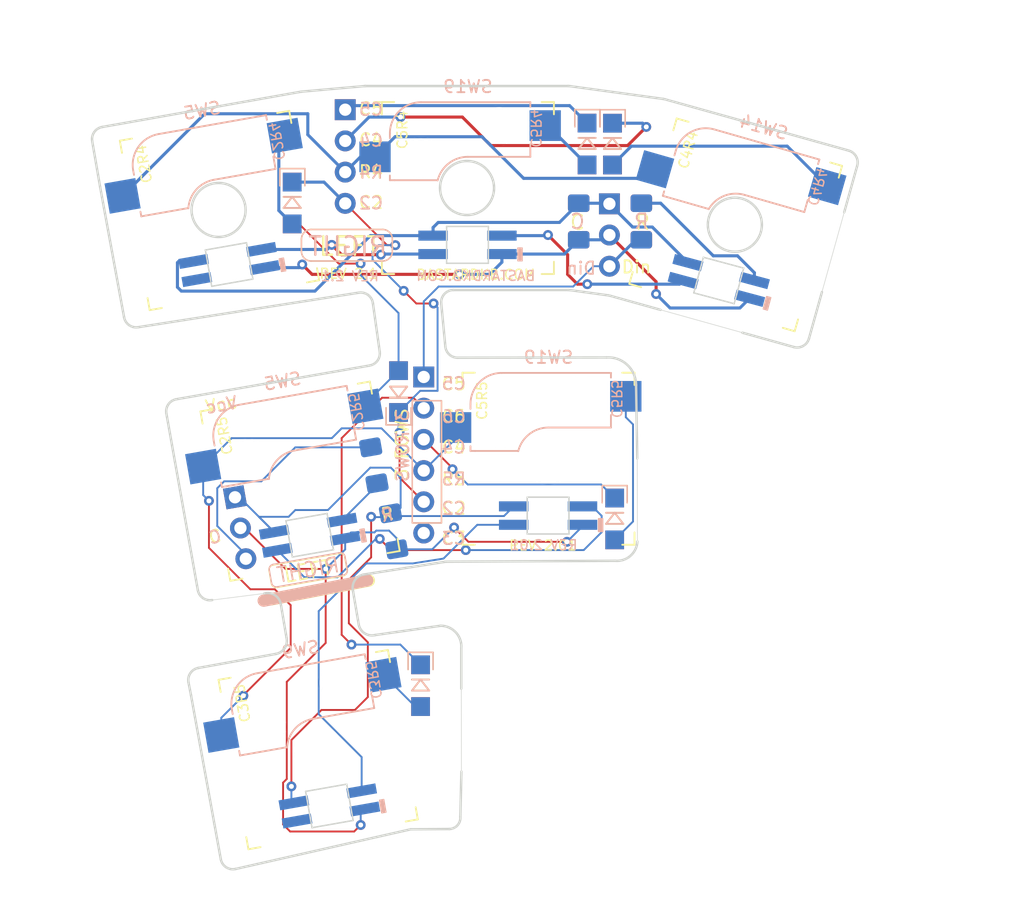
<source format=kicad_pcb>
(kicad_pcb (version 20221018) (generator pcbnew)
  (layers (0 "F.Cu" signal) (31 "B.Cu" signal) (34 "B.Paste" user) (35 "F.Paste" user) (36 "B.SilkS" user "B.Silkscreen") (37 "F.SilkS" user "F.Silkscreen") (38 "B.Mask" user) (39 "F.Mask" user) (44 "Edge.Cuts" user))
  (net 0 "")
  (net 2 "col6")
  (net 3 "Net-(D5-Pad2)")
  (net 4 "col2")
  (net 5 "Net-(D9-Pad2)")
  (net 6 "col4")
  (net 7 "Net-(D19-Pad2)")
  (net 8 "row1")
  (net 9 "Vcc")
  (net 10 "Din")
  (net 11 "Gnd")
  (net 12 "Net-(D10-Pad1)")
  (net 13 "Net-(D12-Pad1)")
  (net 15 "Net-(D12-Pad3)")
  (footprint "Connector_PinHeader_2.54mm:PinHeader_1x03_P2.54mm_Vertical" (layer "F.Cu") (at 68.77 77.71 10)
    (fp_text reference "J2" hide)
    (fp_text value "Conn_01x03_Female")
  )
  (footprint "custom:Kailh_socket_MX_platemount" (layer "F.Cu") (at 87.725326 52.542185)
    (fp_text reference "SW19")
    (fp_text value "SW_Push")
  )
  (footprint "custom:Diode_TH_SOD123" (layer "F.Cu") (at 73.424526 48.761785 -90)
    (fp_text reference "D5" hide)
    (fp_text value "D")
  )
  (footprint "custom:Diode_TH_SOD123" (layer "F.Cu") (at 83.872275 88.045142 -90)
    (fp_text reference "D9" hide)
    (fp_text value "D" hide)
  )
  (footprint "custom:Kailh_socket_MX_platemount" (layer "F.Cu") (at 75.5396 98.2472 10)
    (fp_text reference "SW9")
    (fp_text value "SW_Push")
  )
  (footprint "custom:Diode_TH_SOD123" (layer "F.Cu") (at 82.08 74.106 90)
    (fp_text reference "D5" hide)
    (fp_text value "D")
  )
  (footprint "custom:Kailh_socket_MX_platemount" (layer "F.Cu") (at 94.2848 74.5744)
    (fp_text reference "SW19")
    (fp_text value "SW_Push")
  )
  (footprint "Connector_PinHeader_2.54mm:PinHeader_1x06_P2.54mm_Vertical" (layer "F.Cu") (at 84.13 67.92)
    (fp_text reference "J1" hide)
    (fp_text value "Conn_01x06_Female")
  )
  (footprint "custom:Kailh_socket_MX_platemount" (layer "F.Cu") (at 67.506926 54.370985 10)
    (fp_text reference "SW5")
    (fp_text value "SW_Push")
  )
  (footprint "LED_SMD:LED_1206_3216Metric_Pad1.42x1.75mm_HandSolder" (layer "F.Cu") (at 96.740526 55.267785 -90)
    (fp_text reference "C1" hide)
    (fp_text value "C")
  )
  (footprint "custom:Diode_TH_SOD123" (layer "F.Cu") (at 99.490526 43.967785 -90)
    (fp_text reference "D14" hide)
    (fp_text value "D")
  )
  (footprint "Connector_PinHeader_2.54mm:PinHeader_1x04_P2.54mm_Vertical" (layer "F.Cu") (at 77.740526 46.167785)
    (fp_text reference "J1" hide)
    (fp_text value "Conn_01x04_Female")
  )
  (footprint "Resistor_SMD:R_1206_3216Metric_Pad1.42x1.75mm_HandSolder" (layer "F.Cu") (at 101.840526 55.262785 -90)
    (fp_text reference "R2" hide)
    (fp_text value "R")
  )
  (footprint "custom:Diode_TH_SOD123" (layer "F.Cu") (at 97.424526 43.961785 -90)
    (fp_text reference "D19" hide)
    (fp_text value "D")
  )
  (footprint "custom:Diode_TH_SOD123" (layer "F.Cu") (at 99.67 74.474 -90)
    (fp_text reference "D19" hide)
    (fp_text value "D")
  )
  (footprint "custom:Kailh_socket_MX_platemount" (layer "F.Cu") (at 74.0664 76.4032 10)
    (fp_text reference "SW5")
    (fp_text value "SW_Push")
  )
  (footprint "custom:Kailh_socket_MX_platemount" (layer "F.Cu") (at 109.518526 55.539385 -16)
    (fp_text reference "SW14")
    (fp_text value "SW_Push")
  )
  (footprint "Connector_PinHeader_2.54mm:PinHeader_1x03_P2.54mm_Vertical" (layer "F.Cu") (at 99.240526 53.827785)
    (fp_text reference "J2" hide)
    (fp_text value "Conn_01x03_Female")
  )
  (footprint "LED_SMD:LED_1206_3216Metric_Pad1.42x1.75mm_HandSolder" (layer "B.Cu") (at 96.740526 55.267785 -90)
    (fp_text reference "C2" hide)
    (fp_text value "C")
  )
  (footprint "libs2:YS-SK6812MINI-E_REVERSE" (layer "B.Cu") (at 94.25 79.2 180)
    (fp_text reference "D10" hide)
    (fp_text value "SK6812MINI")
    (fp_line (start -1.7 -1.5) (end 1.7 -1.5) (stroke (width 0.12)) (layer "Edge.Cuts"))
    (fp_line (start -1.7 1.5) (end -1.7 -1.5) (stroke (width 0.12)) (layer "Edge.Cuts"))
    (fp_line (start 1.7 -1.5) (end 1.7 1.5) (stroke (width 0.12)) (layer "Edge.Cuts"))
    (fp_line (start 1.7 1.5) (end -1.7 1.5) (stroke (width 0.12)) (layer "Edge.Cuts"))
  )
  (footprint "libs2:YS-SK6812MINI-E_REVERSE" (layer "B.Cu") (at 68.290526 58.767785 -170)
    (fp_text reference "D12" hide)
    (fp_text value "SK6812MINI")
    (fp_line (start -1.7 -1.5) (end 1.7 -1.5) (stroke (width 0.12)) (layer "Edge.Cuts"))
    (fp_line (start -1.7 1.5) (end -1.7 -1.5) (stroke (width 0.12)) (layer "Edge.Cuts"))
    (fp_line (start 1.7 -1.5) (end 1.7 1.5) (stroke (width 0.12)) (layer "Edge.Cuts"))
    (fp_line (start 1.7 1.5) (end -1.7 1.5) (stroke (width 0.12)) (layer "Edge.Cuts"))
  )
  (footprint "libs2:YS-SK6812MINI-E_REVERSE" (layer "B.Cu") (at 108.140526 60.067785 165)
    (fp_text reference "D7" hide)
    (fp_text value "SK6812MINI")
    (fp_line (start -1.7 -1.5) (end 1.7 -1.5) (stroke (width 0.12)) (layer "Edge.Cuts"))
    (fp_line (start -1.7 1.5) (end -1.7 -1.5) (stroke (width 0.12)) (layer "Edge.Cuts"))
    (fp_line (start 1.7 -1.5) (end 1.7 1.5) (stroke (width 0.12)) (layer "Edge.Cuts"))
    (fp_line (start 1.7 1.5) (end -1.7 1.5) (stroke (width 0.12)) (layer "Edge.Cuts"))
  )
  (footprint "libs2:YS-SK6812MINI-E_REVERSE" (layer "B.Cu") (at 74.85 80.8 -170)
    (fp_text reference "D12" hide)
    (fp_text value "SK6812MINI")
    (fp_line (start -1.7 -1.5) (end 1.7 -1.5) (stroke (width 0.12)) (layer "Edge.Cuts"))
    (fp_line (start -1.7 1.5) (end -1.7 -1.5) (stroke (width 0.12)) (layer "Edge.Cuts"))
    (fp_line (start 1.7 -1.5) (end 1.7 1.5) (stroke (width 0.12)) (layer "Edge.Cuts"))
    (fp_line (start 1.7 1.5) (end -1.7 1.5) (stroke (width 0.12)) (layer "Edge.Cuts"))
  )
  (footprint "libs2:YS-SK6812MINI-E_REVERSE" (layer "B.Cu") (at 76.45 102.83 -170)
    (fp_text reference "D2" hide)
    (fp_text value "SK6812MINI")
    (fp_line (start -1.7 -1.5) (end 1.7 -1.5) (stroke (width 0.12)) (layer "Edge.Cuts"))
    (fp_line (start -1.7 1.5) (end -1.7 -1.5) (stroke (width 0.12)) (layer "Edge.Cuts"))
    (fp_line (start 1.7 -1.5) (end 1.7 1.5) (stroke (width 0.12)) (layer "Edge.Cuts"))
    (fp_line (start 1.7 1.5) (end -1.7 1.5) (stroke (width 0.12)) (layer "Edge.Cuts"))
  )
  (footprint "libs2:YS-SK6812MINI-E_REVERSE" (layer "B.Cu") (at 87.690526 57.167785 180)
    (fp_text reference "D10" hide)
    (fp_text value "SK6812MINI")
    (fp_line (start -1.7 -1.5) (end 1.7 -1.5) (stroke (width 0.12)) (layer "Edge.Cuts"))
    (fp_line (start -1.7 1.5) (end -1.7 -1.5) (stroke (width 0.12)) (layer "Edge.Cuts"))
    (fp_line (start 1.7 -1.5) (end 1.7 1.5) (stroke (width 0.12)) (layer "Edge.Cuts"))
    (fp_line (start 1.7 1.5) (end -1.7 1.5) (stroke (width 0.12)) (layer "Edge.Cuts"))
  )
  (footprint "LED_SMD:LED_1206_3216Metric_Pad1.42x1.75mm_HandSolder" (layer "B.Cu") (at 81.68 80.48 -80)
    (fp_text reference "C2" hide)
    (fp_text value "C")
  )
  (footprint "Resistor_SMD:R_1206_3216Metric_Pad1.42x1.75mm_HandSolder" (layer "B.Cu") (at 101.840526 55.267785 -90)
    (fp_text reference "R1" hide)
    (fp_text value "R")
  )
  (footprint "Resistor_SMD:R_1206_3216Metric_Pad1.42x1.75mm_HandSolder" (layer "B.Cu") (at 80.07 75.11 100)
    (fp_text reference "R1" hide)
    (fp_text value "R")
  )
  (gr_arc (start 81.577823 57.703979) (mid 81.338162 58.255882) (end 80.781745 58.484869) (stroke (width 0.12)) (layer "B.SilkS"))
  (gr_line (start 74.971934 55.91379) (end 80.796934 55.91379) (stroke (width 0.12)) (layer "B.SilkS"))
  (gr_arc (start 80.796934 55.91379) (mid 81.340186 56.144578) (end 81.577823 56.684868) (stroke (width 0.12)) (layer "B.SilkS"))
  (gr_arc (start 74.175856 56.694679) (mid 74.415529 56.142787) (end 74.971934 55.913789) (stroke (width 0.12)) (layer "B.SilkS"))
  (gr_arc (start 77.220842 82.23473) (mid 77.541127 82.279058) (end 77.723033 82.546373) (stroke (width 0.12)) (layer "B.SilkS"))
  (gr_line (start 79.53 84.475) (end 71.105 86.125) (stroke (width 1)) (layer "B.SilkS"))
  (gr_arc (start 71.566617 83.67896) (mid 71.610944 83.358675) (end 71.878259 83.176768) (stroke (width 0.12)) (layer "B.SilkS"))
  (gr_line (start 71.878259 83.176768) (end 77.220842 82.23473) (stroke (width 0.12)) (layer "B.SilkS"))
  (gr_line (start 77.588358 84.052192) (end 72.245775 84.99423) (stroke (width 0.12)) (layer "B.SilkS"))
  (gr_line (start 80.781745 58.484869) (end 74.956745 58.484868) (stroke (width 0.12)) (layer "B.SilkS"))
  (gr_line (start 77.9 83.55) (end 77.723033 82.546372) (stroke (width 0.12)) (layer "B.SilkS"))
  (gr_line (start 81.577823 57.703979) (end 81.577823 56.684868) (stroke (width 0.12)) (layer "B.SilkS"))
  (gr_line (start 74.175856 56.694679) (end 74.175856 57.71379) (stroke (width 0.12)) (layer "B.SilkS"))
  (gr_arc (start 77.9 83.55) (mid 77.855673 83.870285) (end 77.588358 84.052192) (stroke (width 0.12)) (layer "B.SilkS"))
  (gr_line (start 71.566617 83.67896) (end 71.743584 84.682588) (stroke (width 0.12)) (layer "B.SilkS"))
  (gr_arc (start 74.956745 58.484868) (mid 74.413483 58.254091) (end 74.175856 57.71379) (stroke (width 0.12)) (layer "B.SilkS"))
  (gr_rect (start 83.1975 69.85) (end 85.5725 79.8) (stroke (width 0.12)) (fill none) (layer "B.SilkS"))
  (gr_arc (start 72.245775 84.99423) (mid 71.92549 84.949902) (end 71.743584 84.682587) (stroke (width 0.12)) (layer "B.SilkS"))
  (gr_line (start 80.781746 55.91379) (end 74.956746 55.91379) (stroke (width 0.12)) (layer "F.SilkS"))
  (gr_line (start 79.665 84.485) (end 71.735 86.015) (stroke (width 1)) (layer "F.SilkS"))
  (gr_arc (start 77.251576 82.275615) (mid 77.564985 82.355124) (end 77.716183 82.640933) (stroke (width 0.12)) (layer "F.SilkS"))
  (gr_line (start 77.251576 82.275615) (end 71.908995 83.217659) (stroke (width 0.12)) (layer "F.SilkS"))
  (gr_line (start 77.716183 82.640933) (end 77.89315 83.644561) (stroke (width 0.12)) (layer "F.SilkS"))
  (gr_arc (start 80.781746 55.913789) (mid 81.338137 56.142802) (end 81.577824 56.694679) (stroke (width 0.12)) (layer "F.SilkS"))
  (gr_arc (start 71.543676 83.682267) (mid 71.623186 83.368857) (end 71.908995 83.217659) (stroke (width 0.12)) (layer "F.SilkS"))
  (gr_line (start 74.175857 57.703979) (end 74.175857 56.684868) (stroke (width 0.12)) (layer "F.SilkS"))
  (gr_line (start 71.720644 84.685895) (end 71.543677 83.682267) (stroke (width 0.12)) (layer "F.SilkS"))
  (gr_line (start 81.577824 56.694679) (end 81.577824 57.71379) (stroke (width 0.12)) (layer "F.SilkS"))
  (gr_arc (start 74.971935 58.484869) (mid 74.415532 58.255868) (end 74.175857 57.703979) (stroke (width 0.12)) (layer "F.SilkS"))
  (gr_rect (start 83.2 69.85) (end 85.575 79.8) (stroke (width 0.12)) (fill none) (layer "F.SilkS"))
  (gr_arc (start 74.175857 56.684868) (mid 74.413491 56.144574) (end 74.956746 55.91379) (stroke (width 0.12)) (layer "F.SilkS"))
  (gr_line (start 72.185251 85.051213) (end 77.527832 84.109169) (stroke (width 0.12)) (layer "F.SilkS"))
  (gr_arc (start 72.185251 85.051213) (mid 71.871842 84.971704) (end 71.720644 84.685895) (stroke (width 0.12)) (layer "F.SilkS"))
  (gr_line (start 74.971935 58.484869) (end 80.796935 58.484868) (stroke (width 0.12)) (layer "F.SilkS"))
  (gr_arc (start 77.893151 83.644561) (mid 77.813641 83.957971) (end 77.527832 84.109169) (stroke (width 0.12)) (layer "F.SilkS"))
  (gr_arc (start 81.577824 57.71379) (mid 81.340202 58.254095) (end 80.796935 58.484868) (stroke (width 0.12)) (layer "F.SilkS"))
  (gr_line (start 85.55443 61.936204) (end 85.889204 65.446311) (stroke (width 0.2)) (layer "Edge.Cuts"))
  (gr_line (start 101.517591 81.304279) (end 101.50581 74.554291) (stroke (width 0.05)) (layer "Edge.Cuts"))
  (gr_arc (start 64.984401 92.775286) (mid 65.140243 92.019353) (end 65.787909 91.599546) (stroke (width 0.2)) (layer "Edge.Cuts"))
  (gr_arc (start 78.844795 61.059505) (mid 79.596165 61.243183) (end 79.991765 61.90786) (stroke (width 0.2)) (layer "Edge.Cuts"))
  (gr_line (start 65.056842 81.401082) (end 63.873117 74.755687) (stroke (width 0.2)) (layer "Edge.Cuts"))
  (gr_arc (start 95.886322 60.84126) (mid 95.954338 60.843575) (end 96.022038 60.850512) (stroke (width 0.2)) (layer "Edge.Cuts"))
  (gr_line (start 95.886322 60.84126) (end 86.549912 60.84126) (stroke (width 0.2)) (layer "Edge.Cuts"))
  (gr_arc (start 71.166131 85.535797) (mid 72.017587 85.679288) (end 72.496567 86.397721) (stroke (width 0.2)) (layer "Edge.Cuts"))
  (gr_line (start 96.022038 44.250513) (end 103.621191 45.291467) (stroke (width 0.2)) (layer "Edge.Cuts"))
  (gr_line (start 67.613349 107.162928) (end 67.098201 104.328251) (stroke (width 0.2)) (layer "Edge.Cuts"))
  (gr_arc (start 85.55443 61.936204) (mid 85.809999 61.168558) (end 86.549912 60.84126) (stroke (width 0.2)) (layer "Edge.Cuts"))
  (gr_circle (center 67.433296 54.328168) (end 69.633296 54.328168) (stroke (width 0.2)) (fill none) (layer "Edge.Cuts"))
  (gr_line (start 101.409519 68.579288) (end 101.50581 74.554291) (stroke (width 0.2)) (layer "Edge.Cuts"))
  (gr_line (start 119.408312 50.727951) (end 118.352802 54.508363) (stroke (width 0.2)) (layer "Edge.Cuts"))
  (gr_arc (start 87.109122 103.709526) (mid 86.876488 104.405155) (end 86.209122 104.709526) (stroke (width 0.2)) (layer "Edge.Cuts"))
  (gr_arc (start 86.886219 66.351367) (mid 86.212551 66.091797) (end 85.889204 65.446311) (stroke (width 0.2)) (layer "Edge.Cuts"))
  (gr_arc (start 79.31057 44.245142) (mid 79.35454 44.24223) (end 79.398595 44.24126) (stroke (width 0.2)) (layer "Edge.Cuts"))
  (gr_arc (start 85.887631 82.956645) (mid 85.931601 82.953734) (end 85.975656 82.952763) (stroke (width 0.2)) (layer "Edge.Cuts"))
  (gr_arc (start 57.149512 48.730861) (mid 57.316384 47.98609) (end 57.96007 47.575969) (stroke (width 0.2)) (layer "Edge.Cuts"))
  (gr_arc (start 63.184802 70.891511) (mid 63.349154 70.143999) (end 63.993939 69.731642) (stroke (width 0.2)) (layer "Edge.Cuts"))
  (gr_line (start 114.25 65.484366) (end 110.064071 64.315634) (stroke (width 0.2)) (layer "Edge.Cuts"))
  (gr_line (start 83.068065 104.732225) (end 68.818112 107.959427) (stroke (width 0.2)) (layer "Edge.Cuts"))
  (gr_line (start 80.169043 88.922779) (end 85.502015 88.165856) (stroke (width 0.2)) (layer "Edge.Cuts"))
  (gr_line (start 57.96007 47.575969) (end 74.105714 44.708982) (stroke (width 0.2)) (layer "Edge.Cuts"))
  (gr_line (start 103.393649 62.453218) (end 110.064071 64.315634) (stroke (width 0.05)) (layer "Edge.Cuts"))
  (gr_arc (start 85.502015 88.165856) (mid 86.749023 88.715695) (end 87.184126 90.00722) (stroke (width 0.2)) (layer "Edge.Cuts"))
  (gr_line (start 116.537593 61.00971) (end 115.482083 64.790123) (stroke (width 0.2)) (layer "Edge.Cuts"))
  (gr_line (start 103.393649 62.453218) (end 99.290326 61.30755) (stroke (width 0.2)) (layer "Edge.Cuts"))
  (gr_line (start 63.993939 69.731642) (end 79.729594 66.986755) (stroke (width 0.2)) (layer "Edge.Cuts"))
  (gr_line (start 79.398595 44.24126) (end 95.886322 44.24126) (stroke (width 0.2)) (layer "Edge.Cuts"))
  (gr_line (start 80.548003 65.862342) (end 79.991765 61.90786) (stroke (width 0.2)) (layer "Edge.Cuts"))
  (gr_line (start 99.709519 82.879288) (end 85.975656 82.952763) (stroke (width 0.2)) (layer "Edge.Cuts"))
  (gr_line (start 59.743578 63.062862) (end 59.05 59.3) (stroke (width 0.2)) (layer "Edge.Cuts"))
  (gr_arc (start 80.548003 65.862342) (mid 80.366247 66.590079) (end 79.729594 66.986755) (stroke (width 0.2)) (layer "Edge.Cuts"))
  (gr_line (start 99.157122 61.279965) (end 96.022038 60.850512) (stroke (width 0.2)) (layer "Edge.Cuts"))
  (gr_line (start 72.961078 89.127832) (end 72.496567 86.397721) (stroke (width 0.2)) (layer "Edge.Cuts"))
  (gr_line (start 116.537593 61.00971) (end 118.352802 54.508363) (stroke (width 0.05)) (layer "Edge.Cuts"))
  (gr_line (start 65.891286 97.687027) (end 67.098201 104.328251) (stroke (width 0.2)) (layer "Edge.Cuts"))
  (gr_arc (start 60.881567 63.869578) (mid 60.148683 63.697407) (end 59.743578 63.062862) (stroke (width 0.2)) (layer "Edge.Cuts"))
  (gr_line (start 103.754395 45.319052) (end 118.714069 49.495868) (stroke (width 0.2)) (layer "Edge.Cuts"))
  (gr_arc (start 68.818112 107.959427) (mid 68.045711 107.818321) (end 67.613349 107.162928) (stroke (width 0.2)) (layer "Edge.Cuts"))
  (gr_line (start 57.794157 52.461015) (end 57.149512 48.730861) (stroke (width 0.2)) (layer "Edge.Cuts"))
  (gr_line (start 74.193055 44.697367) (end 79.31057 44.245142) (stroke (width 0.2)) (layer "Edge.Cuts"))
  (gr_line (start 86.209122 104.709526) (end 83.068065 104.732225) (stroke (width 0.2)) (layer "Edge.Cuts"))
  (gr_line (start 87.184126 90.00722) (end 87.184125 93.283755) (stroke (width 0.2)) (layer "Edge.Cuts"))
  (gr_line (start 87.195906 100.033743) (end 87.109122 103.709526) (stroke (width 0.2)) (layer "Edge.Cuts"))
  (gr_line (start 59.05 59.3) (end 57.794157 52.461015) (stroke (width 0.2)) (layer "Edge.Cuts"))
  (gr_line (start 65.745157 85.265257) (end 65.056842 81.401082) (stroke (width 0.2)) (layer "Edge.Cuts"))
  (gr_line (start 87.195906 100.033743) (end 87.184125 93.283755) (stroke (width 0.05)) (layer "Edge.Cuts"))
  (gr_line (start 65.189488 93.825278) (end 64.984401 92.775286) (stroke (width 0.2)) (layer "Edge.Cuts"))
  (gr_arc (start 66.905027 86.074393) (mid 66.157514 85.910042) (end 65.745157 85.265257) (stroke (width 0.2)) (layer "Edge.Cuts"))
  (gr_arc (start 101.517591 81.304279) (mid 100.949524 82.477468) (end 99.709519 82.879288) (stroke (width 0.2)) (layer "Edge.Cuts"))
  (gr_arc (start 74.105713 44.708982) (mid 74.149256 44.702214) (end 74.193055 44.697367) (stroke (width 0.2)) (layer "Edge.Cuts"))
  (gr_line (start 63.873117 74.755687) (end 63.184802 70.891512) (stroke (width 0.2)) (layer "Edge.Cuts"))
  (gr_arc (start 118.714069 49.495868) (mid 119.316328 49.968145) (end 119.408312 50.727951) (stroke (width 0.2)) (layer "Edge.Cuts"))
  (gr_circle (center 109.450948 55.527002) (end 111.650948 55.527002) (stroke (width 0.2)) (fill none) (layer "Edge.Cuts"))
  (gr_arc (start 99.009518 66.332781) (mid 100.696665 66.935603) (end 101.409519 68.579288) (stroke (width 0.2)) (layer "Edge.Cuts"))
  (gr_arc (start 95.886323 44.241261) (mid 95.954338 44.243576) (end 96.022038 44.250513) (stroke (width 0.2)) (layer "Edge.Cuts"))
  (gr_arc (start 103.621191 45.291467) (mid 103.688262 45.302996) (end 103.754395 45.319052) (stroke (width 0.2)) (layer "Edge.Cuts"))
  (gr_arc (start 72.961078 89.127832) (mid 72.817587 89.979288) (end 72.099154 90.458268) (stroke (width 0.2)) (layer "Edge.Cuts"))
  (gr_line (start 78.844795 61.059505) (end 60.881567 63.869578) (stroke (width 0.2)) (layer "Edge.Cuts"))
  (gr_arc (start 99.157122 61.279965) (mid 99.224194 61.291489) (end 99.290326 61.30755) (stroke (width 0.2)) (layer "Edge.Cuts"))
  (gr_arc (start 80.169043 88.922779) (mid 79.317587 88.779288) (end 78.838607 88.060855) (stroke (width 0.2)) (layer "Edge.Cuts"))
  (gr_line (start 78.374096 85.330744) (end 78.838607 88.060855) (stroke (width 0.2)) (layer "Edge.Cuts"))
  (gr_line (start 71.166131 85.535797) (end 66.905027 86.074393) (stroke (width 0.05)) (layer "Edge.Cuts"))
  (gr_line (start 86.886219 66.351367) (end 99.009518 66.332781) (stroke (width 0.2)) (layer "Edge.Cuts"))
  (gr_line (start 65.787909 91.599546) (end 72.099154 90.458268) (stroke (width 0.2)) (layer "Edge.Cuts"))
  (gr_arc (start 115.482082 64.790124) (mid 115.009816 65.392405) (end 114.25 65.484366) (stroke (width 0.2)) (layer "Edge.Cuts"))
  (gr_circle (center 87.654496 52.54126) (end 89.854496 52.54126) (stroke (width 0.2)) (fill none) (layer "Edge.Cuts"))
  (gr_line (start 65.891286 97.687027) (end 65.189488 93.825278) (stroke (width 0.2)) (layer "Edge.Cuts"))
  (gr_arc (start 78.374096 85.330744) (mid 78.517587 84.479288) (end 79.23602 84.000308) (stroke (width 0.2)) (layer "Edge.Cuts"))
  (gr_line (start 85.887631 82.956644) (end 79.23602 84.000308) (stroke (width 0.2)) (layer "Edge.Cuts"))
  (gr_text "C3R5" (at 80.025 92.575 280) (layer "B.SilkS") (effects (font (size 0.8 0.8) (thickness 0.12)) (justify mirror)))
  (gr_text "C4" (at 79.840526 48.667785) (layer "B.SilkS") (effects (font (size 1 1)) (justify mirror)))
  (gr_text "C" (at 67.145876 80.947861 10) (layer "B.SilkS") (effects (font (size 1 1)) (justify mirror)))
  (gr_text "R" (at 81.15 79.15 10) (layer "B.SilkS") (effects (font (size 1 1)) (justify mirror)))
  (gr_text "C2" (at 79.840526 53.767785) (layer "B.SilkS") (effects (font (size 1 1)) (justify mirror)))
  (gr_text "C2" (at 86.575 78.6176) (layer "B.SilkS") (effects (font (size 1 1)) (justify mirror)))
  (gr_text "R4" (at 79.840526 51.267785) (layer "B.SilkS") (effects (font (size 1 1)) (justify mirror)))
  (gr_text "BASTARDKB.COM" (at 88.365526 59.692785) (layer "B.SilkS") (effects (font (size 0.8 0.8) (thickness 0.12)) (justify mirror)))
  (gr_text "C5" (at 86.575 68.4576) (layer "B.SilkS") (effects (font (size 1 1)) (justify mirror)))
  (gr_text "RIGHT" (at 74.723826 83.622131 10) (layer "B.SilkS") (effects (font (size 1.2 1.2)) (justify mirror)))
  (gr_text "Din" (at 96.940526 59.067785) (layer "B.SilkS") (effects (font (size 1 1)) (justify mirror)))
  (gr_text "Vcc" (at 67.659117 70.202823 10) (layer "B.SilkS") (effects (font (size 1 1)) (justify mirror)))
  (gr_text "R5" (at 86.575 76.2317) (layer "B.SilkS") (effects (font (size 1 1)) (justify mirror)))
  (gr_text "C4R4" (at 116.140526 52.442785 254) (layer "B.SilkS") (effects (font (size 0.8 0.8) (thickness 0.12)) (justify mirror)))
  (gr_text "3 ROWS" (at 82.4225 73.52 90) (layer "B.SilkS") (effects (font (size 1 1)) (justify mirror)))
  (gr_text "REV 2.1" (at 78.115526 59.717785) (layer "B.SilkS") (effects (font (size 0.8 0.8) (thickness 0.12)) (justify mirror)))
  (gr_text "REV 2.01" (at 93.9 81.6) (layer "B.SilkS") (effects (font (size 0.8 0.8) (thickness 0.12)) (justify mirror)))
  (gr_text "C" (at 96.640526 55.267785) (layer "B.SilkS") (effects (font (size 1.2 1.2)) (justify mirror)))
  (gr_text "C5R4" (at 93.240526 47.692785 270) (layer "B.SilkS") (effects (font (size 0.8 0.8) (thickness 0.12)) (justify mirror)))
  (gr_text "C5R5" (at 99.813 69.7 270) (layer "B.SilkS") (effects (font (size 0.8 0.8) (thickness 0.12)) (justify mirror)))
  (gr_text "C2R4" (at 72.140526 48.742785 280) (layer "B.SilkS") (effects (font (size 0.8 0.8) (thickness 0.12)) (justify mirror)))
  (gr_text "R" (at 101.840526 55.267785) (layer "B.SilkS") (effects (font (size 1.2 1.2)) (justify mirror)))
  (gr_text "C2R5" (at 78.625 70.775 280) (layer "B.SilkS") (effects (font (size 0.8 0.8) (thickness 0.12)) (justify mirror)))
  (gr_text "C3" (at 86.575 81.0577) (layer "B.SilkS") (effects (font (size 1 1)) (justify mirror)))
  (gr_text "C6" (at 86.575 71.15) (layer "B.SilkS") (effects (font (size 1 1)) (justify mirror)))
  (gr_text "C4" (at 86.575 73.6409) (layer "B.SilkS") (effects (font (size 1 1)) (justify mirror)))
  (gr_text "C5" (at 79.840526 46.141285) (layer "B.SilkS") (effects (font (size 1 1)) (justify mirror)))
  (gr_text "RIGHT" (at 77.946934 57.287369) (layer "B.SilkS") (effects (font (size 1.5 1.5) (thickness 0.2)) (justify mirror)))
  (gr_text "REV 2.1" (at 78.015526 59.517785) (layer "F.SilkS") (effects (font (size 0.8 0.8) (thickness 0.12))))
  (gr_text "C4R4" (at 105.640526 49.442785 74) (layer "F.SilkS") (effects (font (size 0.8 0.8) (thickness 0.12))))
  (gr_text "C3R5" (at 69.375 94.475 100) (layer "F.SilkS") (effects (font (size 0.8 0.8) (thickness 0.12))))
  (gr_text "C" (at 96.640526 55.332285) (layer "F.SilkS") (effects (font (size 1.2 1.2))))
  (gr_text "C2" (at 79.840526 53.720285) (layer "F.SilkS") (effects (font (size 1 1))))
  (gr_text "C3" (at 86.575 81.0401) (layer "F.SilkS") (effects (font (size 1 1))))
  (gr_text "C5" (at 86.575 68.4824) (layer "F.SilkS") (effects (font (size 1 1))))
  (gr_text "R4" (at 79.840526 51.220285) (layer "F.SilkS") (effects (font (size 1 1))))
  (gr_text "Vcc" (at 67.65 70.15112 10) (layer "F.SilkS") (effects (font (size 1 1))))
  (gr_text "C5" (at 79.840526 46.093785) (layer "F.SilkS") (effects (font (size 1 1))))
  (gr_text "BASTARDKB.COM" (at 88.365526 59.592785) (layer "F.SilkS") (effects (font (size 0.8 0.8) (thickness 0.12))))
  (gr_text "C" (at 67.137628 80.901082 10) (layer "F.SilkS") (effects (font (size 1 1))))
  (gr_text "REV 2.01" (at 93.825 81.635) (layer "F.SilkS") (effects (font (size 0.8 0.8) (thickness 0.12))))
  (gr_text "LEFT" (at 78.096935 57.284869) (layer "F.SilkS") (effects (font (size 1.5 1.5) (thickness 0.2))))
  (gr_text "C2" (at 86.575 78.6) (layer "F.SilkS") (effects (font (size 1 1))))
  (gr_text "R" (at 101.940526 55.332285) (layer "F.SilkS") (effects (font (size 1.2 1.2))))
  (gr_text "C5R5" (at 88.875 69.85 90) (layer "F.SilkS") (effects (font (size 0.8 0.8) (thickness 0.12))))
  (gr_text "LEFT" (at 74.719592 83.731524 10) (layer "F.SilkS") (effects (font (size 1.2 1.2))))
  (gr_text "3 ROWS" (at 82.37 73.4 90) (layer "F.SilkS") (effects (font (size 1 1))))
  (gr_text "C2R4" (at 61.365526 50.592785 100) (layer "F.SilkS") (effects (font (size 0.8 0.8) (thickness 0.12))))
  (gr_text "R" (at 81.167823 79.078316 10) (layer "F.SilkS") (effects (font (size 1 1))))
  (gr_text "C2R5" (at 67.925 72.7 100) (layer "F.SilkS") (effects (font (size 0.8 0.8) (thickness 0.12))))
  (gr_text "Din" (at 101.440526 58.967785) (layer "F.SilkS") (effects (font (size 1 1))))
  (gr_text "C4" (at 79.840526 48.620285) (layer "F.SilkS") (effects (font (size 1 1))))
  (gr_text "R5" (at 86.575 76.2141) (layer "F.SilkS") (effects (font (size 1 1))))
  (gr_text "C4" (at 86.575 73.6233) (layer "F.SilkS") (effects (font (size 1 1))))
  (gr_text "C5R4" (at 82.390526 47.817785 90) (layer "F.SilkS") (effects (font (size 0.8 0.8) (thickness 0.12))))
  (gr_text "C6" (at 86.575 71.1324) (layer "F.SilkS") (effects (font (size 1 1))))
  (segment (start 96.640526 60.367785) (end 97.440526 60.367785) (width 0.25) (layer "F.Cu") (net 0))
  (segment (start 95.840526 57.967785) (end 95.840526 59.567785) (width 0.25) (layer "F.Cu") (net 0))
  (segment (start 95.840526 59.567785) (end 96.640526 60.367785) (width 0.25) (layer "F.Cu") (net 0))
  (segment (start 94.240526 56.367785) (end 95.840526 57.967785) (width 0.25) (layer "F.Cu") (net 0))
  (via (at 94.240526 56.367785) (size 0.8) (drill 0.4) (layers "F.Cu" "B.Cu") (net 0))
  (via (at 97.440526 60.367785) (size 0.8) (drill 0.4) (layers "F.Cu" "B.Cu") (net 0))
  (segment (start 107.693579 58.058647) (end 103.415217 53.780285) (width 0.25) (layer "B.Cu") (net 0))
  (segment (start 97.440526 60.367785) (end 104.94157 60.367785) (width 0.25) (layer "B.Cu") (net 0))
  (segment (start 104.94157 60.367785) (end 105.241819 60.067536) (width 0.25) (layer "B.Cu") (net 0))
  (segment (start 90.490526 56.417785) (end 94.190526 56.417785) (width 0.25) (layer "B.Cu") (net 0))
  (segment (start 78.071126 45.837185) (end 95.999926 45.837185) (width 0.25) (layer "B.Cu") (net 0))
  (segment (start 103.415217 53.780285) (end 101.840526 53.780285) (width 0.25) (layer "B.Cu") (net 0))
  (segment (start 94.190526 56.417785) (end 94.240526 56.367785) (width 0.25) (layer "B.Cu") (net 0))
  (segment (start 95.999926 45.837185) (end 97.424526 47.261785) (width 0.25) (layer "B.Cu") (net 0))
  (segment (start 116.9651 52.389935) (end 113.711112 49.135947) (width 0.25) (layer "B.Cu") (net 0))
  (segment (start 101.022364 49.135947) (end 99.490526 50.667785) (width 0.25) (layer "B.Cu") (net 0))
  (segment (start 109.663818 58.058647) (end 107.693579 58.058647) (width 0.25) (layer "B.Cu") (net 0))
  (segment (start 111.039233 60.068034) (end 111.039233 59.434062) (width 0.25) (layer "B.Cu") (net 0))
  (segment (start 111.039233 59.434062) (end 109.663818 58.058647) (width 0.25) (layer "B.Cu") (net 0))
  (segment (start 77.740526 46.167785) (end 78.071126 45.837185) (width 0.25) (layer "B.Cu") (net 0))
  (segment (start 113.711112 49.135947) (end 101.022364 49.135947) (width 0.25) (layer "B.Cu") (net 0))
  (segment (start 77.45 72.9) (end 77.45 88.9) (width 0.1524) (layer "F.Cu") (net 2))
  (segment (start 77.45 88.9) (end 78.25 89.7) (width 0.1524) (layer "F.Cu") (net 2))
  (segment (start 84.13 70.46) (end 83.28 69.61) (width 0.1524) (layer "F.Cu") (net 2))
  (segment (start 83.28 69.61) (end 80.74 69.61) (width 0.1524) (layer "F.Cu") (net 2))
  (segment (start 80.74 69.61) (end 77.45 72.9) (width 0.1524) (layer "F.Cu") (net 2))
  (via (at 78.25 89.7) (size 0.8) (drill 0.4) (layers "F.Cu" "B.Cu") (net 2))
  (segment (start 82.227133 89.7) (end 83.872275 91.345142) (width 0.1524) (layer "B.Cu") (net 2))
  (segment (start 78.25 89.7) (end 82.227133 89.7) (width 0.1524) (layer "B.Cu") (net 2))
  (segment (start 77.209234 58.692785) (end 73.978234 55.461785) (width 0.1524) (layer "F.Cu") (net 3))
  (segment (start 73.978234 55.461785) (end 73.424526 55.461785) (width 0.1524) (layer "F.Cu") (net 3))
  (segment (start 78.99 58.692785) (end 77.209234 58.692785) (width 0.1524) (layer "F.Cu") (net 3))
  (via (at 78.99 58.692785) (size 0.8) (drill 0.4) (layers "F.Cu" "B.Cu") (net 3))
  (segment (start 72.337526 54.374785) (end 72.337526 48.757623) (width 0.25) (layer "B.Cu") (net 3))
  (segment (start 79.378708 70.30813) (end 79.378708 70.107292) (width 0.1524) (layer "B.Cu") (net 3))
  (segment (start 82.08 67.406) (end 82.08 62.720664) (width 0.1524) (layer "B.Cu") (net 3))
  (segment (start 79.378708 70.107292) (end 82.08 67.406) (width 0.1524) (layer "B.Cu") (net 3))
  (segment (start 82.08 62.720664) (end 78.99 59.630664) (width 0.1524) (layer "B.Cu") (net 3))
  (segment (start 73.424526 55.461785) (end 72.337526 54.374785) (width 0.25) (layer "B.Cu") (net 3))
  (segment (start 72.337526 48.757623) (end 72.819234 48.275915) (width 0.25) (layer "B.Cu") (net 3))
  (segment (start 78.99 59.630664) (end 78.99 58.692785) (width 0.1524) (layer "B.Cu") (net 3))
  (segment (start 82.16 76.11) (end 84.13 78.08) (width 0.1524) (layer "F.Cu") (net 4))
  (segment (start 82.16 72.44) (end 82.16 76.11) (width 0.1524) (layer "F.Cu") (net 4))
  (segment (start 81.82 57.192785) (end 81.145526 57.192785) (width 0.1524) (layer "F.Cu") (net 4))
  (segment (start 84.93 61.94) (end 83.53 61.94) (width 0.1524) (layer "F.Cu") (net 4))
  (segment (start 81.145526 57.192785) (end 77.740526 53.787785) (width 0.1524) (layer "F.Cu") (net 4))
  (segment (start 83.53 61.94) (end 82.5 60.91) (width 0.1524) (layer "F.Cu") (net 4))
  (via (at 81.82 57.192785) (size 0.8) (drill 0.4) (layers "F.Cu" "B.Cu") (net 4))
  (via (at 82.5 60.91) (size 0.8) (drill 0.4) (layers "F.Cu" "B.Cu") (net 4))
  (via (at 84.93 61.94) (size 0.8) (drill 0.4) (layers "F.Cu" "B.Cu") (net 4))
  (via (at 82.16 72.44) (size 0.8) (drill 0.4) (layers "F.Cu" "B.Cu") (net 4))
  (segment (start 85.2562 62.2662) (end 84.93 61.94) (width 0.1524) (layer "B.Cu") (net 4))
  (segment (start 82.5 60.91) (end 79.964326 58.374326) (width 0.1524) (layer "B.Cu") (net 4))
  (segment (start 73.424526 52.061785) (end 76.014526 52.061785) (width 0.25) (layer "B.Cu") (net 4))
  (segment (start 82.08 70.806) (end 83.8398 69.0462) (width 0.1524) (layer "B.Cu") (net 4))
  (segment (start 79.964326 57.687693) (end 80.459234 57.192785) (width 0.1524) (layer "B.Cu") (net 4))
  (segment (start 82.08 72.36) (end 82.08 70.806) (width 0.1524) (layer "B.Cu") (net 4))
  (segment (start 82.16 72.44) (end 82.08 72.36) (width 0.1524) (layer "B.Cu") (net 4))
  (segment (start 80.459234 57.192785) (end 81.82 57.192785) (width 0.1524) (layer "B.Cu") (net 4))
  (segment (start 85.2562 69.0462) (end 85.2562 62.2662) (width 0.1524) (layer "B.Cu") (net 4))
  (segment (start 83.8398 69.0462) (end 85.2562 69.0462) (width 0.1524) (layer "B.Cu") (net 4))
  (segment (start 79.964326 58.374326) (end 79.964326 57.687693) (width 0.1524) (layer "B.Cu") (net 4))
  (segment (start 76.014526 52.061785) (end 77.740526 53.787785) (width 0.25) (layer "B.Cu") (net 4))
  (segment (start 83.872275 94.745142) (end 83.44492 94.745142) (width 0.1524) (layer "B.Cu") (net 5))
  (segment (start 83.44492 94.745142) (end 80.851908 92.15213) (width 0.1524) (layer "B.Cu") (net 5))
  (segment (start 87.272829 46.767785) (end 89.592229 49.087185) (width 0.25) (layer "F.Cu") (net 6))
  (segment (start 89.592229 49.087185) (end 100.721126 49.087185) (width 0.25) (layer "F.Cu") (net 6))
  (segment (start 86.47 75.43) (end 86.47 75.34) (width 0.1524) (layer "F.Cu") (net 6))
  (segment (start 86.47 75.34) (end 84.13 73) (width 0.1524) (layer "F.Cu") (net 6))
  (segment (start 100.721126 49.087185) (end 102.240526 47.567785) (width 0.25) (layer "F.Cu") (net 6))
  (segment (start 82.240526 46.767785) (end 87.272829 46.767785) (width 0.25) (layer "F.Cu") (net 6))
  (via (at 102.240526 47.567785) (size 0.8) (drill 0.4) (layers "F.Cu" "B.Cu") (net 6))
  (via (at 82.240526 46.767785) (size 0.8) (drill 0.4) (layers "F.Cu" "B.Cu") (net 6))
  (via (at 86.47 75.43) (size 0.8) (drill 0.4) (layers "F.Cu" "B.Cu") (net 6))
  (segment (start 79.680526 46.767785) (end 82.240526 46.767785) (width 0.25) (layer "B.Cu") (net 6))
  (segment (start 87.7083 76.6683) (end 86.47 75.43) (width 0.1524) (layer "B.Cu") (net 6))
  (segment (start 101.940526 47.267785) (end 99.490526 47.267785) (width 0.25) (layer "B.Cu") (net 6))
  (segment (start 98.5643 76.6683) (end 87.7083 76.6683) (width 0.1524) (layer "B.Cu") (net 6))
  (segment (start 102.240526 47.567785) (end 101.940526 47.267785) (width 0.25) (layer "B.Cu") (net 6))
  (segment (start 99.67 77.774) (end 98.5643 76.6683) (width 0.1524) (layer "B.Cu") (net 6))
  (segment (start 77.740526 48.707785) (end 79.680526 46.767785) (width 0.25) (layer "B.Cu") (net 6))
  (segment (start 94.015326 47.462185) (end 94.224926 47.462185) (width 0.25) (layer "B.Cu") (net 7))
  (segment (start 94.224926 47.462185) (end 97.424526 50.661785) (width 0.25) (layer "B.Cu") (net 7))
  (segment (start 101.16157 79.68243) (end 101.16157 71.78157) (width 0.1524) (layer "B.Cu") (net 7))
  (segment (start 100.5748 71.1948) (end 100.5748 69.4944) (width 0.1524) (layer "B.Cu") (net 7))
  (segment (start 99.67 81.174) (end 101.16157 79.68243) (width 0.1524) (layer "B.Cu") (net 7))
  (segment (start 101.16157 71.78157) (end 100.5748 71.1948) (width 0.1524) (layer "B.Cu") (net 7))
  (segment (start 70.016449 85.196449) (end 66.65 81.83) (width 0.1524) (layer "F.Cu") (net 8))
  (segment (start 73.300425 89.969575) (end 73.300425 86.492622) (width 0.1524) (layer "F.Cu") (net 8))
  (segment (start 73.300425 86.492622) (end 72.004252 85.196449) (width 0.1524) (layer "F.Cu") (net 8))
  (segment (start 69.45 93.86) (end 69.45 93.82) (width 0.1524) (layer "F.Cu") (net 8))
  (segment (start 66.65 81.83) (end 66.65 78) (width 0.1524) (layer "F.Cu") (net 8))
  (segment (start 72.004252 85.196449) (end 70.016449 85.196449) (width 0.1524) (layer "F.Cu") (net 8))
  (segment (start 69.45 93.82) (end 73.300425 89.969575) (width 0.1524) (layer "F.Cu") (net 8))
  (via (at 66.65 78) (size 0.8) (drill 0.4) (layers "F.Cu" "B.Cu") (net 8))
  (via (at 69.45 93.86) (size 0.8) (drill 0.4) (layers "F.Cu" "B.Cu") (net 8))
  (segment (start 74.696245 48.203504) (end 77.740526 51.247785) (width 0.25) (layer "B.Cu") (net 8))
  (segment (start 78.986126 50.002185) (end 77.740526 51.247785) (width 0.25) (layer "B.Cu") (net 8))
  (segment (start 80.165326 50.002185) (end 78.986126 50.002185) (width 0.25) (layer "B.Cu") (net 8))
  (segment (start 77.450001 72.1) (end 80.69 72.1) (width 0.1524) (layer "B.Cu") (net 8))
  (segment (start 86.7248 72.9452) (end 86.7248 72.0344) (width 0.1524) (layer "B.Cu") (net 8))
  (segment (start 80.165326 50.002185) (end 81.799726 48.367785) (width 0.25) (layer "B.Cu") (net 8))
  (segment (start 68.494756 72.9) (end 76.650001 72.9) (width 0.1524) (layer "B.Cu") (net 8))
  (segment (start 66.180187 75.214569) (end 68.494756 72.9) (width 0.1524) (layer "B.Cu") (net 8))
  (segment (start 69.45 93.86) (end 67.653387 95.656613) (width 0.1524) (layer "B.Cu") (net 8))
  (segment (start 66.180187 77.530187) (end 66.65 78) (width 0.1524) (layer "B.Cu") (net 8))
  (segment (start 81.799726 48.367785) (end 88.872829 48.367785) (width 0.25) (layer "B.Cu") (net 8))
  (segment (start 66.180187 75.214569) (end 66.180187 77.530187) (width 0.1524) (layer "B.Cu") (net 8))
  (segment (start 84.13 75.54) (end 86.7248 72.9452) (width 0.1524) (layer "B.Cu") (net 8))
  (segment (start 88.872829 48.367785) (end 92.259829 51.754785) (width 0.25) (layer "B.Cu") (net 8))
  (segment (start 80.69 72.1) (end 84.13 75.54) (width 0.1524) (layer "B.Cu") (net 8))
  (segment (start 59.620713 53.182354) (end 66.304563 46.498504) (width 0.25) (layer "B.Cu") (net 8))
  (segment (start 66.304563 46.498504) (end 74.696245 46.498504) (width 0.25) (layer "B.Cu") (net 8))
  (segment (start 92.259829 51.754785) (end 102.210683 51.754785) (width 0.25) (layer "B.Cu") (net 8))
  (segment (start 74.696245 46.498504) (end 74.696245 48.203504) (width 0.25) (layer "B.Cu") (net 8))
  (segment (start 67.653387 95.656613) (end 67.653387 97.058569) (width 0.1524) (layer "B.Cu") (net 8))
  (segment (start 76.650001 72.9) (end 77.450001 72.1) (width 0.1524) (layer "B.Cu") (net 8))
  (segment (start 102.210683 51.754785) (end 102.951506 51.013962) (width 0.25) (layer "B.Cu") (net 8))
  (segment (start 79.85 79.3) (end 79.85 82.6) (width 0.1524) (layer "F.Cu") (net 9))
  (segment (start 79.58 89.511294) (end 79.58 93.97) (width 0.1524) (layer "F.Cu") (net 9))
  (segment (start 75.805578 95.02) (end 73.36 97.465578) (width 0.1524) (layer "F.Cu") (net 9))
  (segment (start 78.53 95.02) (end 75.805578 95.02) (width 0.1524) (layer "F.Cu") (net 9))
  (segment (start 79.85 82.6) (end 78.034727 84.415273) (width 0.1524) (layer "F.Cu") (net 9))
  (segment (start 79.58 93.97) (end 78.53 95.02) (width 0.1524) (layer "F.Cu") (net 9))
  (segment (start 73.36 97.465578) (end 73.36 101.24) (width 0.1524) (layer "F.Cu") (net 9))
  (segment (start 78.034727 87.966021) (end 79.58 89.511294) (width 0.1524) (layer "F.Cu") (net 9))
  (segment (start 78.034727 84.415273) (end 78.034727 87.966021) (width 0.1524) (layer "F.Cu") (net 9))
  (via (at 79.85 79.3) (size 0.8) (drill 0.4) (layers "F.Cu" "B.Cu") (net 9))
  (via (at 73.36 101.24) (size 0.8) (drill 0.4) (layers "F.Cu" "B.Cu") (net 9))
  (segment (start 90.66 79.24) (end 91.45 78.45) (width 0.1524) (layer "B.Cu") (net 9))
  (segment (start 79.85 79.3) (end 79.875098 79.325098) (width 0.1524) (layer "B.Cu") (net 9))
  (segment (start 79.781176 75.3) (end 81.45 75.3) (width 0.1524) (layer "B.Cu") (net 9))
  (segment (start 84.890526 55.757785) (end 85.305526 55.342785) (width 0.25) (layer "B.Cu") (net 9))
  (segment (start 73.36 102.375307) (end 73.562302 102.577609) (width 0.1524) (layer "B.Cu") (net 9))
  (segment (start 79.790526 56.417785) (end 84.890526 56.417785) (width 0.25) (layer "B.Cu") (net 9))
  (segment (start 99.240526 53.827785) (end 101.130526 55.717785) (width 0.25) (layer "B.Cu") (net 9))
  (segment (start 81.491698 79.325098) (end 81.576796 79.24) (width 0.1524) (layer "B.Cu") (net 9))
  (segment (start 95.178026 55.342785) (end 96.740526 53.780285) (width 0.25) (layer "B.Cu") (net 9))
  (segment (start 71.962302 80.547609) (end 70.714693 79.3) (width 0.1524) (layer "B.Cu") (net 9))
  (segment (start 73.36 101.24) (end 73.36 102.375307) (width 0.1524) (layer "B.Cu") (net 9))
  (segment (start 102.729186 55.717785) (end 105.630048 58.618647) (width 0.25) (layer "B.Cu") (net 9))
  (segment (start 76.331176 78.75) (end 79.781176 75.3) (width 0.1524) (layer "B.Cu") (net 9))
  (segment (start 81.576796 79.24) (end 90.66 79.24) (width 0.1524) (layer "B.Cu") (net 9))
  (segment (start 84.890526 56.417785) (end 84.890526 55.757785) (width 0.25) (layer "B.Cu") (net 9))
  (segment (start 64.085335 60.612594) (end 64.402496 60.929755) (width 0.25) (layer "B.Cu") (net 9))
  (segment (start 79.875098 79.325098) (end 81.491698 79.325098) (width 0.1524) (layer "B.Cu") (net 9))
  (segment (start 64.402496 60.929755) (end 75.278556 60.929755) (width 0.25) (layer "B.Cu") (net 9))
  (segment (start 65.402828 58.515394) (end 64.184316 58.515394) (width 0.25) (layer "B.Cu") (net 9))
  (segment (start 69.028054 77.613361) (end 71.962302 80.547609) (width 0.1524) (layer "B.Cu") (net 9))
  (segment (start 96.740526 53.780285) (end 99.193026 53.780285) (width 0.25) (layer "B.Cu") (net 9))
  (segment (start 82.25 78.566796) (end 81.491698 79.325098) (width 0.1524) (layer "B.Cu") (net 9))
  (segment (start 73.128191 79.3) (end 73.678191 78.75) (width 0.1524) (layer "B.Cu") (net 9))
  (segment (start 75.278556 60.929755) (end 79.790526 56.417785) (width 0.25) (layer "B.Cu") (net 9))
  (segment (start 82.25 76.1) (end 82.25 78.566796) (width 0.1524) (layer "B.Cu") (net 9))
  (segment (start 70.714693 79.3) (end 73.128191 79.3) (width 0.1524) (layer "B.Cu") (net 9))
  (segment (start 99.193026 53.780285) (end 99.240526 53.827785) (width 0.25) (layer "B.Cu") (net 9))
  (segment (start 73.678191 78.75) (end 76.331176 78.75) (width 0.1524) (layer "B.Cu") (net 9))
  (segment (start 64.085335 58.614375) (end 64.085335 60.612594) (width 0.25) (layer "B.Cu") (net 9))
  (segment (start 101.130526 55.717785) (end 102.729186 55.717785) (width 0.25) (layer "B.Cu") (net 9))
  (segment (start 85.305526 55.342785) (end 95.178026 55.342785) (width 0.25) (layer "B.Cu") (net 9))
  (segment (start 69.011539 77.613361) (end 69.028054 77.613361) (width 0.1524) (layer "B.Cu") (net 9))
  (segment (start 64.184316 58.515394) (end 64.085335 58.614375) (width 0.25) (layer "B.Cu") (net 9))
  (segment (start 81.45 75.3) (end 82.25 76.1) (width 0.1524) (layer "B.Cu") (net 9))
  (segment (start 69.893672 82.616184) (end 67.3262 80.048712) (width 0.1524) (layer "B.Cu") (net 10))
  (segment (start 101.393026 56.755285) (end 101.840526 56.755285) (width 0.25) (layer "B.Cu") (net 10))
  (segment (start 99.240526 58.907785) (end 101.393026 56.755285) (width 0.25) (layer "B.Cu") (net 10))
  (segment (start 67.3262 76.9738) (end 67.89 76.41) (width 0.1524) (layer "B.Cu") (net 10))
  (segment (start 67.3262 80.048712) (end 67.3262 76.9738) (width 0.1524) (layer "B.Cu") (net 10))
  (segment (start 70.9162 76.41) (end 73.681102 73.645098) (width 0.1524) (layer "B.Cu") (net 10))
  (segment (start 67.89 76.41) (end 70.9162 76.41) (width 0.1524) (layer "B.Cu") (net 10))
  (segment (start 73.681102 73.645098) (end 79.811698 73.645098) (width 0.1524) (layer "B.Cu") (net 10))
  (segment (start 84.13 61.770654) (end 85.341573 60.559081) (width 0.1524) (layer "B.Cu") (net 10))
  (segment (start 96.292938 60.559081) (end 97.944234 58.907785) (width 0.1524) (layer "B.Cu") (net 10))
  (segment (start 84.13 67.92) (end 84.13 61.770654) (width 0.1524) (layer "B.Cu") (net 10))
  (segment (start 85.341573 60.559081) (end 96.292938 60.559081) (width 0.1524) (layer "B.Cu") (net 10))
  (segment (start 97.944234 58.907785) (end 99.240526 58.907785) (width 0.1524) (layer "B.Cu") (net 10))
  (segment (start 103.040526 60.167785) (end 99.240526 56.367785) (width 0.25) (layer "F.Cu") (net 11))
  (segment (start 86.6 80.17) (end 87.7638 81.3338) (width 0.1524) (layer "F.Cu") (net 11))
  (segment (start 72.878316 83.540484) (end 76.15 83.540484) (width 0.1524) (layer "F.Cu") (net 11))
  (segment (start 78.47 104.91) (end 79 104.38) (width 0.1524) (layer "F.Cu") (net 11))
  (segment (start 72.9838 92.731548) (end 72.9838 100.6362) (width 0.1524) (layer "F.Cu") (net 11))
  (segment (start 87.7638 81.3338) (end 95.79 81.3338) (width 0.1524) (layer "F.Cu") (net 11))
  (segment (start 74.240526 58.767785) (end 75.040526 59.567785) (width 0.25) (layer "F.Cu") (net 11))
  (segment (start 72.6838 100.9362) (end 72.6838 104.3338) (width 0.1524) (layer "F.Cu") (net 11))
  (segment (start 76.15 89.565348) (end 72.9838 92.731548) (width 0.1524) (layer "F.Cu") (net 11))
  (segment (start 69.452605 80.114773) (end 72.878316 83.540484) (width 0.1524) (layer "F.Cu") (net 11))
  (segment (start 103.040526 61.167785) (end 103.040526 60.167785) (width 0.25) (layer "F.Cu") (net 11))
  (segment (start 72.6838 104.3338) (end 73.26 104.91) (width 0.1524) (layer "F.Cu") (net 11))
  (segment (start 72.9838 100.6362) (end 72.6838 100.9362) (width 0.1524) (layer "F.Cu") (net 11))
  (segment (start 76.15 83.540484) (end 76.15 89.565348) (width 0.1524) (layer "F.Cu") (net 11))
  (segment (start 73.26 104.91) (end 78.47 104.91) (width 0.1524) (layer "F.Cu") (net 11))
  (segment (start 75.040526 59.567785) (end 87.040526 59.567785) (width 0.25) (layer "F.Cu") (net 11))
  (via (at 86.6 80.17) (size 0.8) (drill 0.4) (layers "F.Cu" "B.Cu") (net 11))
  (via (at 76.15 83.540484) (size 0.8) (drill 0.4) (layers "F.Cu" "B.Cu") (net 11))
  (via (at 79 104.38) (size 0.8) (drill 0.4) (layers "F.Cu" "B.Cu") (net 11))
  (via (at 87.040526 59.567785) (size 0.8) (drill 0.4) (layers "F.Cu" "B.Cu") (net 11))
  (via (at 95.79 81.3338) (size 0.8) (drill 0.4) (layers "F.Cu" "B.Cu") (net 11))
  (via (at 74.240526 58.767785) (size 0.8) (drill 0.4) (layers "F.Cu" "B.Cu") (net 11))
  (via (at 103.040526 61.167785) (size 0.8) (drill 0.4) (layers "F.Cu" "B.Cu") (net 11))
  (segment (start 81.302168 80.422168) (end 81.938302 81.058302) (width 0.1524) (layer "B.Cu") (net 11))
  (segment (start 95.578026 57.917785) (end 96.740526 56.755285) (width 0.25) (layer "B.Cu") (net 11))
  (segment (start 80.269908 80.422168) (end 81.302168 80.422168) (width 0.1524) (layer "B.Cu") (net 11))
  (segment (start 109.862493 62.305434) (end 104.178175 62.305434) (width 0.25) (layer "B.Cu") (net 11))
  (segment (start 89.500526 59.567785) (end 90.490526 58.577785) (width 0.25) (layer "B.Cu") (net 11))
  (segment (start 81.938302 81.944902) (end 84.825098 81.944902) (width 0.1524) (layer "B.Cu") (net 11))
  (segment (start 81.938302 81.058302) (end 81.938302 81.944902) (width 0.1524) (layer "B.Cu") (net 11))
  (segment (start 98.853026 56.755285) (end 99.240526 56.367785) (width 0.25) (layer "B.Cu") (net 11))
  (segment (start 79 103.420089) (end 79.337698 103.082391) (width 0.1524) (layer "B.Cu") (net 11))
  (segment (start 95.79 81.3338) (end 97.05 80.0738) (width 0.1524) (layer "B.Cu") (net 11))
  (segment (start 77.737698 81.052391) (end 78.220089 80.57) (width 0.1524) (layer "B.Cu") (net 11))
  (segment (start 97.05 80.0738) (end 97.05 79.95) (width 0.1524) (layer "B.Cu") (net 11))
  (segment (start 76.15 83.540484) (end 77.737698 81.952786) (width 0.1524) (layer "B.Cu") (net 11))
  (segment (start 71.178224 59.020176) (end 73.988135 59.020176) (width 0.25) (layer "B.Cu") (net 11))
  (segment (start 80.122076 80.57) (end 80.269908 80.422168) (width 0.1524) (layer "B.Cu") (net 11))
  (segment (start 77.737698 81.952786) (end 77.737698 81.052391) (width 0.1524) (layer "B.Cu") (net 11))
  (segment (start 90.490526 58.577785) (end 90.490526 57.917785) (width 0.25) (layer "B.Cu") (net 11))
  (segment (start 79 104.38) (end 79 103.420089) (width 0.1524) (layer "B.Cu") (net 11))
  (segment (start 96.740526 56.755285) (end 98.853026 56.755285) (width 0.25) (layer "B.Cu") (net 11))
  (segment (start 104.178175 62.305434) (end 103.040526 61.167785) (width 0.25) (layer "B.Cu") (net 11))
  (segment (start 110.651004 61.516923) (end 109.862493 62.305434) (width 0.25) (layer "B.Cu") (net 11))
  (segment (start 84.825098 81.944902) (end 86.6 80.17) (width 0.1524) (layer "B.Cu") (net 11))
  (segment (start 87.040526 59.567785) (end 89.500526 59.567785) (width 0.25) (layer "B.Cu") (net 11))
  (segment (start 90.490526 57.917785) (end 95.578026 57.917785) (width 0.25) (layer "B.Cu") (net 11))
  (segment (start 78.220089 80.57) (end 80.122076 80.57) (width 0.1524) (layer "B.Cu") (net 11))
  (segment (start 73.988135 59.020176) (end 74.240526 58.767785) (width 0.25) (layer "B.Cu") (net 11))
  (segment (start 77.440526 57.967785) (end 80.640526 57.967785) (width 0.25) (layer "F.Cu") (net 12))
  (segment (start 76.640526 57.167785) (end 77.440526 57.967785) (width 0.25) (layer "F.Cu") (net 12))
  (via (at 76.640526 57.167785) (size 0.8) (drill 0.4) (layers "F.Cu" "B.Cu") (net 12))
  (via (at 80.640526 57.967785) (size 0.8) (drill 0.4) (layers "F.Cu" "B.Cu") (net 12))
  (segment (start 75.582679 86.978376) (end 75.582679 95.362716) (width 0.1524) (layer "B.Cu") (net 12))
  (segment (start 75.582679 95.362716) (end 79.077226 98.857263) (width 0.1524) (layer "B.Cu") (net 12))
  (segment (start 76.265347 57.542964) (end 76.640526 57.167785) (width 0.25) (layer "B.Cu") (net 12))
  (segment (start 88.486631 79.95) (end 85.735733 82.700898) (width 0.1524) (layer "B.Cu") (net 12))
  (segment (start 83.232724 83.09363) (end 79.467425 83.09363) (width 0.1524) (layer "B.Cu") (net 12))
  (segment (start 80.640526 57.967785) (end 80.690526 57.917785) (width 0.25) (layer "B.Cu") (net 12))
  (segment (start 91.45 79.95) (end 88.486631 79.95) (width 0.1524) (layer "B.Cu") (net 12))
  (segment (start 79.077226 98.857263) (end 79.077226 101.605179) (width 0.1524) (layer "B.Cu") (net 12))
  (segment (start 80.690526 57.917785) (end 84.890526 57.917785) (width 0.25) (layer "B.Cu") (net 12))
  (segment (start 70.917752 57.542964) (end 76.265347 57.542964) (width 0.25) (layer "B.Cu") (net 12))
  (segment (start 85.735733 82.700898) (end 83.232724 83.09363) (width 0.1524) (layer "B.Cu") (net 12))
  (segment (start 79.467425 83.09363) (end 75.582679 86.978376) (width 0.1524) (layer "B.Cu") (net 12))
  (segment (start 81.461632 82.01) (end 87.55 82.01) (width 0.1524) (layer "F.Cu") (net 13))
  (segment (start 80.55 81.098368) (end 81.461632 82.01) (width 0.1524) (layer "F.Cu") (net 13))
  (via (at 87.55 82.01) (size 0.8) (drill 0.4) (layers "F.Cu" "B.Cu") (net 13))
  (via (at 80.55 81.098368) (size 0.8) (drill 0.4) (layers "F.Cu" "B.Cu") (net 13))
  (segment (start 97.84 78.45) (end 98.61 79.22) (width 0.1524) (layer "B.Cu") (net 13))
  (segment (start 80.55 81.098368) (end 80.231632 81.098368) (width 0.1524) (layer "B.Cu") (net 13))
  (segment (start 97.05 78.45) (end 97.84 78.45) (width 0.1524) (layer "B.Cu") (net 13))
  (segment (start 98.61 79.22) (end 98.61 80.5524) (width 0.1524) (layer "B.Cu") (net 13))
  (segment (start 77.113316 84.216684) (end 74.414637 84.216684) (width 0.1524) (layer "B.Cu") (net 13))
  (segment (start 98.61 80.5524) (end 97.1524 82.01) (width 0.1524) (layer "B.Cu") (net 13))
  (segment (start 80.231632 81.098368) (end 77.113316 84.216684) (width 0.1524) (layer "B.Cu") (net 13))
  (segment (start 97.1524 82.01) (end 87.55 82.01) (width 0.1524) (layer "B.Cu") (net 13))
  (segment (start 74.414637 84.216684) (end 72.222774 82.024821) (width 0.1524) (layer "B.Cu") (net 13))
  (segment (start 80.328302 76.574902) (end 80.328302 76.724103) (width 0.1524) (layer "B.Cu") (net 15))
  (segment (start 80.328302 76.724103) (end 77.477226 79.575179) (width 0.1524) (layer "B.Cu") (net 15))
)
</source>
